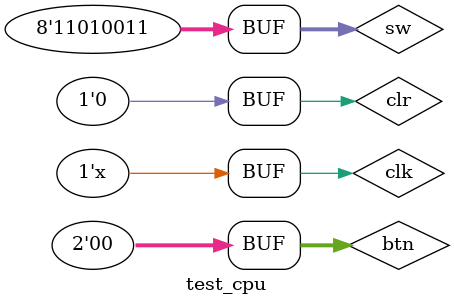
<source format=v>
`timescale 1ns / 1ps


module test_cpu;

	// Inputs
	reg clk;
	reg clr;
	reg [7:0] sw;
	reg [1:0] btn;

	// Outputs
	wire [3:0] led;
	wire decimal;
	wire [3:0] enable;
	wire [6:0] segs;

	// Instantiate the Unit Under Test (UUT)
	fourbit_cpu uut (
		.clk(clk), 
		.clr(clr), 
		.sw(sw), 
		.btn(btn), 
		.led(led), 
		.decimal(decimal), 
		.enable(enable), 
		.segs(segs)
	);

	initial begin
		$display("Simulation has Started..");
		
		// Initialize Inputs
		clk = 0;
		clr = 0;
		sw = 0;
		btn = 0;

		// Wait 100 ns for global reset to finish
		#100;
        
		clr = 1'b1;
		#30;  
		clr = 1'b0;
		
		// Test user mode.
		// **************************************************************
		
		// Test load
		sw = 8'b00000100;	// R[0] <- 4
		btn = 2'b01;
		#40;
		btn = 2'b00;
		#100;
		
		sw = 8'b00010011;	// R[1] <- 3
		btn = 2'b01;
		#40;
		btn = 2'b00;
		#100;
		
		sw = 8'b00100010;	// R[2] <- 2
		btn = 2'b01;
		#40;
		btn = 2'b00;
		#100;
		
		sw = 8'b00110001;	// R[3] <- 1
		btn = 2'b01;
		#40;
		btn = 2'b00;
		#100;
		// **************************************************************
		
		// Test store
		// **************************************************************
		sw = 8'b01000000;	// LEDS <- R[0] = 4
		btn = 2'b01;
		#40;
		btn = 2'b00;
		#100;
		// **************************************************************
		
		// Test move
		sw = 8'b10010000; // R[1] <- R[0] = 4
		btn = 2'b01;
		#40;
		btn = 2'b00;
		#100;
		
		// Test ALU operations.
		// **************************************************************
		
		// add
		sw = 8'b11111000; // R[3] <- R[3] + R[2] = 1 + 2
		btn = 2'b01;
		#40;
		btn = 2'b00;
		#120;
		
		// sub
		sw = 8'b11000101; // R[0] <- R[0] - R[1] = 4 - 4
		btn = 2'b01;
		#40;
		btn = 2'b00;
		#120;
		
		// and
		sw = 8'b11101110; // R[2] <- R[2] & R[3] = 10 & 11 = 2
		btn = 2'b01;
		#40;
		btn = 2'b00;
		#120;
		
		// not
		sw = 8'b11010011; // R[1] <- ~R[1] = ~(0100) = 1011 = 11
		btn = 2'b01;
		#40;
		btn = 2'b00;
		#120;
		// **************************************************************
		
		// Test run mode
		// **************************************************************
		clr = 1'b1;
		#30;
		
		clr = 1'b0;
		btn = 2'b10;
		#30;
		
		btn = 2'b00;
		// **************************************************************
		
		$display("Simulation has Ended.");
	end
	
	always
		#20 clk <= ~clk;
      
endmodule


</source>
